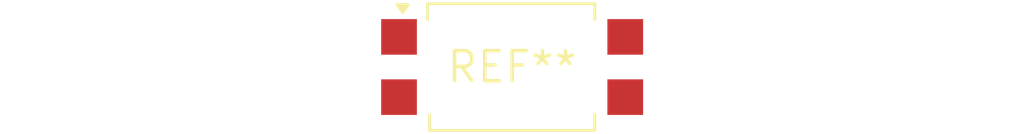
<source format=kicad_pcb>
(kicad_pcb (version 20240108) (generator pcbnew)
  (layers (0 "F.Cu" signal) (31 "B.Cu" signal) (34 "B.Paste" user) (35 "F.Paste" user) (36 "B.SilkS" user "B.Silkscreen") (37 "F.SilkS" user "F.Silkscreen") (38 "B.Mask" user) (39 "F.Mask" user) (44 "Edge.Cuts" user))
  (net 0 "")
  (footprint "SSO-4_6.7x5.1mm_P2.54mm_Clearance8mm" (layer "F.Cu") (at 0 0)
    (property "Reference" "REF**")
    (property "Value" "SSO-4_6.7x5.1mm_P2.54mm_Clearance8mm")
    (fp_line (start -3.55 -2.67) (end -3.55 -2) (layer "F.SilkS") (stroke (width 0.12)))
    (fp_line (start -3.47 2) (end -3.47 2.67) (layer "F.SilkS") (stroke (width 0.12)))
    (fp_line (start -3.47 2.67) (end 3.47 2.67) (layer "F.SilkS") (stroke (width 0.12)))
    (fp_line (start 3.47 -2.67) (end -3.55 -2.67) (layer "F.SilkS") (stroke (width 0.12)))
    (fp_line (start 3.47 -2.67) (end 3.47 -2) (layer "F.SilkS") (stroke (width 0.12)))
    (fp_line (start 3.47 2) (end 3.47 2.67) (layer "F.SilkS") (stroke (width 0.12)))
    (fp_poly (pts (xy -4.595 -2.3) (xy -4.835 -2.63) (xy -4.355 -2.63) (xy -4.595 -2.3)) (layer "F.SilkS") (stroke (width 0.12)) (fill solid))
    (pad "1" smd rect (at -4.75 -1.27) (size 1.5 1.5) (layers "F.Cu" "F.Paste" "F.Mask"))
    (pad "2" smd rect (at -4.75 1.27) (size 1.5 1.5) (layers "F.Cu" "F.Paste" "F.Mask"))
    (pad "3" smd rect (at 4.75 1.27) (size 1.5 1.5) (layers "F.Cu" "F.Paste" "F.Mask"))
    (pad "4" smd rect (at 4.75 -1.27) (size 1.5 1.5) (layers "F.Cu" "F.Paste" "F.Mask"))
  )
)
</source>
